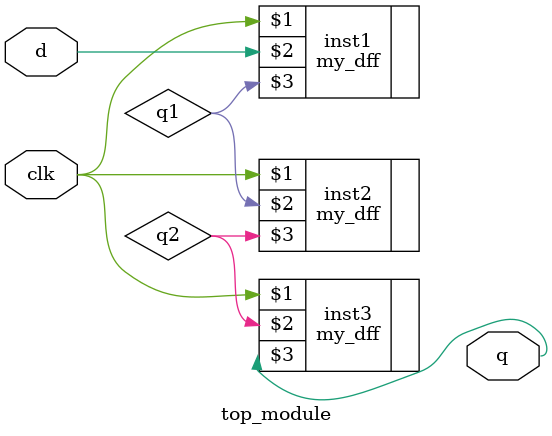
<source format=v>
module top_module ( input clk, input d, output q );
    
    wire q1, q2;
    
    my_dff inst1 ( clk, d, q1);
    my_dff inst2 ( clk, q1, q2);
    my_dff inst3 ( clk, q2, q);

endmodule
</source>
